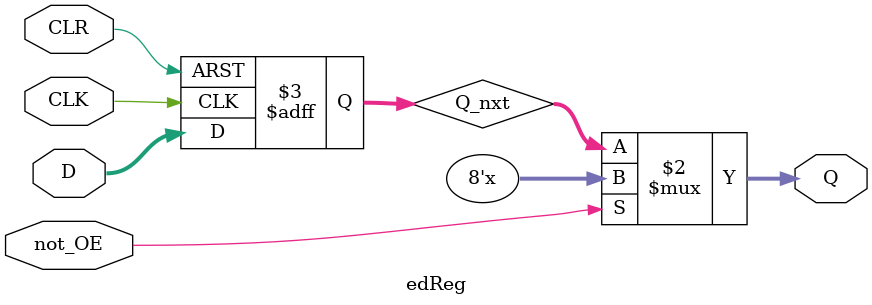
<source format=v>
`timescale 1ns / 1ps


module edReg(
    input not_OE,
    input CLR, //rst
    input CLK,
    input [7:0] D,
    output [7:0] Q
);

reg [7:0] Q_nxt;

always @(posedge CLK or posedge CLR) begin
    if (CLR) begin
        Q_nxt <= 8'b00000000;
    end else  begin
        Q_nxt <= D;
    end
end

assign Q = not_OE ? 8'bZ : Q_nxt;

endmodule


</source>
